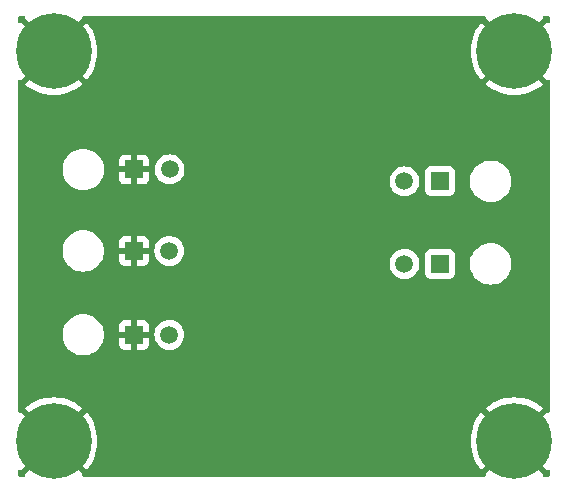
<source format=gbr>
%TF.GenerationSoftware,KiCad,Pcbnew,7.0.1*%
%TF.CreationDate,2023-05-02T18:28:53-06:00*%
%TF.ProjectId,contactor_controller,636f6e74-6163-4746-9f72-5f636f6e7472,rev?*%
%TF.SameCoordinates,Original*%
%TF.FileFunction,Copper,L2,Bot*%
%TF.FilePolarity,Positive*%
%FSLAX46Y46*%
G04 Gerber Fmt 4.6, Leading zero omitted, Abs format (unit mm)*
G04 Created by KiCad (PCBNEW 7.0.1) date 2023-05-02 18:28:53*
%MOMM*%
%LPD*%
G01*
G04 APERTURE LIST*
%TA.AperFunction,ComponentPad*%
%ADD10R,1.520000X1.520000*%
%TD*%
%TA.AperFunction,ComponentPad*%
%ADD11C,1.520000*%
%TD*%
%TA.AperFunction,ComponentPad*%
%ADD12C,0.800000*%
%TD*%
%TA.AperFunction,ComponentPad*%
%ADD13C,6.400000*%
%TD*%
%TA.AperFunction,ViaPad*%
%ADD14C,0.800000*%
%TD*%
G04 APERTURE END LIST*
D10*
%TO.P,J3,1,Pin_1*%
%TO.N,Net-(D1-K)*%
X147400000Y-100500000D03*
D11*
%TO.P,J3,2,Pin_2*%
%TO.N,Net-(D1-A)*%
X144400000Y-100500000D03*
%TD*%
D10*
%TO.P,J4,1,Pin_1*%
%TO.N,Net-(D1-K)*%
X147400000Y-93500000D03*
D11*
%TO.P,J4,2,Pin_2*%
%TO.N,Net-(D2-A)*%
X144400000Y-93500000D03*
%TD*%
D10*
%TO.P,J6,1,Pin_1*%
%TO.N,GND*%
X121500000Y-99400000D03*
D11*
%TO.P,J6,2,Pin_2*%
%TO.N,Net-(D3-K)*%
X124500000Y-99400000D03*
%TD*%
D12*
%TO.P,H4,1,1*%
%TO.N,GND*%
X151300000Y-115500000D03*
X152002944Y-113802944D03*
X152002944Y-117197056D03*
X153700000Y-113100000D03*
D13*
X153700000Y-115500000D03*
D12*
X153700000Y-117900000D03*
X155397056Y-113802944D03*
X155397056Y-117197056D03*
X156100000Y-115500000D03*
%TD*%
%TO.P,H2,1,1*%
%TO.N,GND*%
X112300000Y-115500000D03*
X113002944Y-113802944D03*
X113002944Y-117197056D03*
X114700000Y-113100000D03*
D13*
X114700000Y-115500000D03*
D12*
X114700000Y-117900000D03*
X116397056Y-113802944D03*
X116397056Y-117197056D03*
X117100000Y-115500000D03*
%TD*%
%TO.P,H3,1,1*%
%TO.N,GND*%
X151300000Y-82500000D03*
X152002944Y-80802944D03*
X152002944Y-84197056D03*
X153700000Y-80100000D03*
D13*
X153700000Y-82500000D03*
D12*
X153700000Y-84900000D03*
X155397056Y-80802944D03*
X155397056Y-84197056D03*
X156100000Y-82500000D03*
%TD*%
D10*
%TO.P,J5,1,Pin_1*%
%TO.N,GND*%
X121500000Y-106500000D03*
D11*
%TO.P,J5,2,Pin_2*%
%TO.N,Net-(D4-K)*%
X124500000Y-106500000D03*
%TD*%
D10*
%TO.P,J1,1,Pin_1*%
%TO.N,GND*%
X121510000Y-92500000D03*
D11*
%TO.P,J1,2,Pin_2*%
%TO.N,Net-(D1-K)*%
X124510000Y-92500000D03*
%TD*%
D12*
%TO.P,H1,1,1*%
%TO.N,GND*%
X112300000Y-82500000D03*
X113002944Y-80802944D03*
X113002944Y-84197056D03*
X114700000Y-80100000D03*
D13*
X114700000Y-82500000D03*
D12*
X114700000Y-84900000D03*
X116397056Y-80802944D03*
X116397056Y-84197056D03*
X117100000Y-82500000D03*
%TD*%
D14*
%TO.N,GND*%
X139800000Y-97300000D03*
X139700000Y-104300000D03*
X136000000Y-103500000D03*
X133800000Y-111600000D03*
X132400000Y-96400000D03*
X131300000Y-114000000D03*
%TD*%
%TA.AperFunction,Conductor*%
%TO.N,GND*%
G36*
X112233761Y-79514718D02*
G01*
X112278447Y-79555380D01*
X112298615Y-79612331D01*
X112289476Y-79672053D01*
X112264985Y-79704670D01*
X112264648Y-79711096D01*
X114700000Y-82146447D01*
X114700001Y-82146447D01*
X117135350Y-79711096D01*
X117135013Y-79704670D01*
X117110523Y-79672053D01*
X117101384Y-79612331D01*
X117121552Y-79555380D01*
X117166238Y-79514718D01*
X117224834Y-79500000D01*
X151175165Y-79500000D01*
X151233761Y-79514718D01*
X151278447Y-79555380D01*
X151298615Y-79612331D01*
X151289476Y-79672053D01*
X151264985Y-79704670D01*
X151264648Y-79711096D01*
X153700000Y-82146447D01*
X153700001Y-82146447D01*
X156135350Y-79711096D01*
X156135013Y-79704670D01*
X156110523Y-79672053D01*
X156101384Y-79612331D01*
X156121552Y-79555380D01*
X156166238Y-79514718D01*
X156224834Y-79500000D01*
X156576000Y-79500000D01*
X156638000Y-79516613D01*
X156683387Y-79562000D01*
X156700000Y-79624000D01*
X156700000Y-79975166D01*
X156685282Y-80033762D01*
X156644620Y-80078448D01*
X156587669Y-80098616D01*
X156527948Y-80089477D01*
X156495329Y-80064985D01*
X156488903Y-80064648D01*
X154053553Y-82500000D01*
X156488903Y-84935350D01*
X156495327Y-84935013D01*
X156527948Y-84910521D01*
X156587669Y-84901382D01*
X156644621Y-84921550D01*
X156685282Y-84966236D01*
X156700000Y-85024832D01*
X156700000Y-112975166D01*
X156685282Y-113033762D01*
X156644620Y-113078448D01*
X156587669Y-113098616D01*
X156527948Y-113089477D01*
X156495329Y-113064985D01*
X156488903Y-113064648D01*
X154053553Y-115500000D01*
X156488903Y-117935350D01*
X156495327Y-117935013D01*
X156527948Y-117910521D01*
X156587669Y-117901382D01*
X156644621Y-117921550D01*
X156685282Y-117966236D01*
X156700000Y-118024832D01*
X156700000Y-118376000D01*
X156683387Y-118438000D01*
X156638000Y-118483387D01*
X156576000Y-118500000D01*
X156224832Y-118500000D01*
X156166236Y-118485282D01*
X156121550Y-118444621D01*
X156101382Y-118387669D01*
X156110521Y-118327948D01*
X156135013Y-118295327D01*
X156135350Y-118288903D01*
X153700000Y-115853553D01*
X151264648Y-118288903D01*
X151264985Y-118295329D01*
X151289477Y-118327948D01*
X151298616Y-118387669D01*
X151278448Y-118444620D01*
X151233762Y-118485282D01*
X151175166Y-118500000D01*
X117224832Y-118500000D01*
X117166236Y-118485282D01*
X117121550Y-118444621D01*
X117101382Y-118387669D01*
X117110521Y-118327948D01*
X117135013Y-118295327D01*
X117135350Y-118288903D01*
X114700000Y-115853553D01*
X112264648Y-118288903D01*
X112264985Y-118295329D01*
X112289477Y-118327948D01*
X112298616Y-118387669D01*
X112278448Y-118444620D01*
X112233762Y-118485282D01*
X112175166Y-118500000D01*
X111824000Y-118500000D01*
X111762000Y-118483387D01*
X111716613Y-118438000D01*
X111700000Y-118376000D01*
X111700000Y-118024834D01*
X111714718Y-117966238D01*
X111755380Y-117921552D01*
X111812331Y-117901384D01*
X111872053Y-117910523D01*
X111904670Y-117935013D01*
X111911096Y-117935350D01*
X114346447Y-115500001D01*
X114346447Y-115500000D01*
X115053553Y-115500000D01*
X117488902Y-117935349D01*
X117697473Y-117677786D01*
X117908690Y-117352543D01*
X118084757Y-117006990D01*
X118223739Y-116644931D01*
X118324114Y-116270325D01*
X118384780Y-115887288D01*
X118405077Y-115500000D01*
X118405077Y-115499999D01*
X149994922Y-115499999D01*
X150015219Y-115887288D01*
X150075885Y-116270325D01*
X150176260Y-116644931D01*
X150315242Y-117006990D01*
X150491309Y-117352543D01*
X150702530Y-117677792D01*
X150911095Y-117935350D01*
X150911096Y-117935350D01*
X153346447Y-115500001D01*
X153346447Y-115500000D01*
X150911096Y-113064648D01*
X150702526Y-113322214D01*
X150491309Y-113647456D01*
X150315242Y-113993009D01*
X150176260Y-114355068D01*
X150075885Y-114729674D01*
X150015219Y-115112711D01*
X149994922Y-115499999D01*
X118405077Y-115499999D01*
X118384780Y-115112711D01*
X118324114Y-114729674D01*
X118223739Y-114355068D01*
X118084757Y-113993009D01*
X117908690Y-113647456D01*
X117697469Y-113322207D01*
X117488904Y-113064649D01*
X117488903Y-113064648D01*
X115053553Y-115500000D01*
X114346447Y-115500000D01*
X111911096Y-113064648D01*
X111904670Y-113064985D01*
X111872053Y-113089476D01*
X111812331Y-113098615D01*
X111755380Y-113078447D01*
X111714718Y-113033761D01*
X111700000Y-112975165D01*
X111700000Y-112711096D01*
X112264648Y-112711096D01*
X114700000Y-115146447D01*
X114700001Y-115146447D01*
X117135350Y-112711096D01*
X151264648Y-112711096D01*
X153700000Y-115146447D01*
X153700001Y-115146447D01*
X156135350Y-112711096D01*
X156135350Y-112711095D01*
X155877792Y-112502530D01*
X155552543Y-112291309D01*
X155206990Y-112115242D01*
X154844931Y-111976260D01*
X154470325Y-111875885D01*
X154087288Y-111815219D01*
X153699999Y-111794922D01*
X153312711Y-111815219D01*
X152929674Y-111875885D01*
X152555068Y-111976260D01*
X152193009Y-112115242D01*
X151847456Y-112291309D01*
X151522214Y-112502526D01*
X151264648Y-112711096D01*
X117135350Y-112711096D01*
X117135350Y-112711095D01*
X116877792Y-112502530D01*
X116552543Y-112291309D01*
X116206990Y-112115242D01*
X115844931Y-111976260D01*
X115470325Y-111875885D01*
X115087288Y-111815219D01*
X114699999Y-111794922D01*
X114312711Y-111815219D01*
X113929674Y-111875885D01*
X113555068Y-111976260D01*
X113193009Y-112115242D01*
X112847456Y-112291309D01*
X112522214Y-112502526D01*
X112264648Y-112711096D01*
X111700000Y-112711096D01*
X111700000Y-106631182D01*
X115449500Y-106631182D01*
X115488604Y-106890615D01*
X115565937Y-107141323D01*
X115679772Y-107377704D01*
X115815766Y-107577170D01*
X115827571Y-107594485D01*
X115986079Y-107765315D01*
X116006019Y-107786805D01*
X116211143Y-107950386D01*
X116438357Y-108081568D01*
X116682584Y-108177420D01*
X116938370Y-108235802D01*
X116994408Y-108240001D01*
X117134501Y-108250500D01*
X117134506Y-108250500D01*
X117265494Y-108250500D01*
X117265499Y-108250500D01*
X117388078Y-108241313D01*
X117461630Y-108235802D01*
X117717416Y-108177420D01*
X117961643Y-108081568D01*
X118188857Y-107950386D01*
X118393981Y-107786805D01*
X118493273Y-107679792D01*
X118572428Y-107594485D01*
X118572429Y-107594482D01*
X118572433Y-107594479D01*
X118720228Y-107377704D01*
X118834063Y-107141323D01*
X118911396Y-106890615D01*
X118932591Y-106750000D01*
X120240000Y-106750000D01*
X120240000Y-107307824D01*
X120246402Y-107367375D01*
X120296647Y-107502089D01*
X120382811Y-107617188D01*
X120497910Y-107703352D01*
X120632624Y-107753597D01*
X120692176Y-107760000D01*
X121250000Y-107760000D01*
X121250000Y-106750000D01*
X121750000Y-106750000D01*
X121750000Y-107760000D01*
X122307824Y-107760000D01*
X122367375Y-107753597D01*
X122502089Y-107703352D01*
X122617188Y-107617188D01*
X122703352Y-107502089D01*
X122753597Y-107367375D01*
X122760000Y-107307824D01*
X122760000Y-106750000D01*
X121750000Y-106750000D01*
X121250000Y-106750000D01*
X120240000Y-106750000D01*
X118932591Y-106750000D01*
X118950500Y-106631182D01*
X118950500Y-106499999D01*
X123234684Y-106499999D01*
X123253907Y-106719717D01*
X123282450Y-106826241D01*
X123299699Y-106890615D01*
X123310994Y-106932766D01*
X123404204Y-107132657D01*
X123410272Y-107141323D01*
X123530712Y-107313329D01*
X123686671Y-107469288D01*
X123867342Y-107595795D01*
X124067237Y-107689007D01*
X124280280Y-107746092D01*
X124500000Y-107765315D01*
X124719720Y-107746092D01*
X124932763Y-107689007D01*
X125132658Y-107595795D01*
X125313329Y-107469288D01*
X125469288Y-107313329D01*
X125595795Y-107132658D01*
X125689007Y-106932763D01*
X125746092Y-106719720D01*
X125765315Y-106500000D01*
X125746092Y-106280280D01*
X125689007Y-106067237D01*
X125595795Y-105867343D01*
X125473143Y-105692176D01*
X125469288Y-105686670D01*
X125313329Y-105530712D01*
X125132657Y-105404204D01*
X124932766Y-105310994D01*
X124932763Y-105310993D01*
X124826241Y-105282450D01*
X124719717Y-105253907D01*
X124500000Y-105234684D01*
X124280282Y-105253907D01*
X124067235Y-105310993D01*
X123867341Y-105404205D01*
X123686669Y-105530712D01*
X123530712Y-105686669D01*
X123404205Y-105867341D01*
X123310993Y-106067235D01*
X123253907Y-106280282D01*
X123234684Y-106499999D01*
X118950500Y-106499999D01*
X118950500Y-106368818D01*
X118932591Y-106250000D01*
X120240000Y-106250000D01*
X121250000Y-106250000D01*
X121250000Y-105240000D01*
X121750000Y-105240000D01*
X121750000Y-106250000D01*
X122760000Y-106250000D01*
X122760000Y-105692176D01*
X122753597Y-105632624D01*
X122703352Y-105497910D01*
X122617188Y-105382811D01*
X122502089Y-105296647D01*
X122367375Y-105246402D01*
X122307824Y-105240000D01*
X121750000Y-105240000D01*
X121250000Y-105240000D01*
X120692176Y-105240000D01*
X120632624Y-105246402D01*
X120497910Y-105296647D01*
X120382811Y-105382811D01*
X120296647Y-105497910D01*
X120246402Y-105632624D01*
X120240000Y-105692176D01*
X120240000Y-106250000D01*
X118932591Y-106250000D01*
X118911396Y-106109385D01*
X118834063Y-105858677D01*
X118720228Y-105622296D01*
X118572433Y-105405521D01*
X118572432Y-105405520D01*
X118572428Y-105405514D01*
X118393984Y-105213198D01*
X118393983Y-105213197D01*
X118393981Y-105213195D01*
X118188857Y-105049614D01*
X118188856Y-105049613D01*
X117961641Y-104918431D01*
X117717418Y-104822580D01*
X117461627Y-104764197D01*
X117265499Y-104749500D01*
X117265494Y-104749500D01*
X117134506Y-104749500D01*
X117134501Y-104749500D01*
X116938372Y-104764197D01*
X116682581Y-104822580D01*
X116438358Y-104918431D01*
X116211143Y-105049613D01*
X116006015Y-105213198D01*
X115827571Y-105405514D01*
X115764577Y-105497910D01*
X115679772Y-105622296D01*
X115565937Y-105858677D01*
X115488604Y-106109385D01*
X115449500Y-106368818D01*
X115449500Y-106631182D01*
X111700000Y-106631182D01*
X111700000Y-99531182D01*
X115449500Y-99531182D01*
X115488604Y-99790615D01*
X115565937Y-100041323D01*
X115679772Y-100277704D01*
X115815766Y-100477170D01*
X115827571Y-100494485D01*
X115986079Y-100665315D01*
X116006019Y-100686805D01*
X116211143Y-100850386D01*
X116438357Y-100981568D01*
X116682584Y-101077420D01*
X116938370Y-101135802D01*
X116994408Y-101140001D01*
X117134501Y-101150500D01*
X117134506Y-101150500D01*
X117265494Y-101150500D01*
X117265499Y-101150500D01*
X117388079Y-101141313D01*
X117461630Y-101135802D01*
X117717416Y-101077420D01*
X117961643Y-100981568D01*
X118188857Y-100850386D01*
X118393981Y-100686805D01*
X118493273Y-100579792D01*
X118572428Y-100494485D01*
X118572429Y-100494482D01*
X118572433Y-100494479D01*
X118720228Y-100277704D01*
X118834063Y-100041323D01*
X118911396Y-99790615D01*
X118932591Y-99650000D01*
X120240000Y-99650000D01*
X120240000Y-100207824D01*
X120246402Y-100267375D01*
X120296647Y-100402089D01*
X120382811Y-100517188D01*
X120497910Y-100603352D01*
X120632624Y-100653597D01*
X120692176Y-100660000D01*
X121250000Y-100660000D01*
X121250000Y-99650000D01*
X121750000Y-99650000D01*
X121750000Y-100660000D01*
X122307824Y-100660000D01*
X122367375Y-100653597D01*
X122502089Y-100603352D01*
X122617188Y-100517188D01*
X122703352Y-100402089D01*
X122753597Y-100267375D01*
X122760000Y-100207824D01*
X122760000Y-99650000D01*
X121750000Y-99650000D01*
X121250000Y-99650000D01*
X120240000Y-99650000D01*
X118932591Y-99650000D01*
X118950500Y-99531182D01*
X118950500Y-99399999D01*
X123234684Y-99399999D01*
X123253907Y-99619717D01*
X123273309Y-99692127D01*
X123299699Y-99790615D01*
X123310994Y-99832766D01*
X123404204Y-100032657D01*
X123410272Y-100041323D01*
X123530712Y-100213329D01*
X123686671Y-100369288D01*
X123867342Y-100495795D01*
X124067237Y-100589007D01*
X124280280Y-100646092D01*
X124500000Y-100665315D01*
X124719720Y-100646092D01*
X124932763Y-100589007D01*
X125123640Y-100500000D01*
X143134684Y-100500000D01*
X143153907Y-100719717D01*
X143153908Y-100719720D01*
X143199699Y-100890615D01*
X143210994Y-100932766D01*
X143304204Y-101132657D01*
X143310272Y-101141323D01*
X143430712Y-101313329D01*
X143586671Y-101469288D01*
X143767342Y-101595795D01*
X143967237Y-101689007D01*
X144180280Y-101746092D01*
X144400000Y-101765315D01*
X144619720Y-101746092D01*
X144832763Y-101689007D01*
X145032658Y-101595795D01*
X145213329Y-101469288D01*
X145369288Y-101313329D01*
X145373111Y-101307869D01*
X146139500Y-101307869D01*
X146145909Y-101367483D01*
X146196204Y-101502331D01*
X146282454Y-101617546D01*
X146397669Y-101703796D01*
X146532517Y-101754091D01*
X146592127Y-101760500D01*
X148207872Y-101760499D01*
X148267483Y-101754091D01*
X148402331Y-101703796D01*
X148517546Y-101617546D01*
X148603796Y-101502331D01*
X148654091Y-101367483D01*
X148660500Y-101307873D01*
X148660500Y-100631182D01*
X149949500Y-100631182D01*
X149988604Y-100890615D01*
X150065937Y-101141323D01*
X150179772Y-101377704D01*
X150315766Y-101577170D01*
X150327571Y-101594485D01*
X150486079Y-101765315D01*
X150506019Y-101786805D01*
X150711143Y-101950386D01*
X150938357Y-102081568D01*
X151182584Y-102177420D01*
X151438370Y-102235802D01*
X151494408Y-102240001D01*
X151634501Y-102250500D01*
X151634506Y-102250500D01*
X151765494Y-102250500D01*
X151765499Y-102250500D01*
X151888078Y-102241313D01*
X151961630Y-102235802D01*
X152217416Y-102177420D01*
X152461643Y-102081568D01*
X152688857Y-101950386D01*
X152893981Y-101786805D01*
X153071212Y-101595795D01*
X153072428Y-101594485D01*
X153072429Y-101594482D01*
X153072433Y-101594479D01*
X153220228Y-101377704D01*
X153334063Y-101141323D01*
X153411396Y-100890615D01*
X153450500Y-100631182D01*
X153450500Y-100368818D01*
X153411396Y-100109385D01*
X153334063Y-99858677D01*
X153220228Y-99622296D01*
X153072433Y-99405521D01*
X153072432Y-99405520D01*
X153072428Y-99405514D01*
X152893984Y-99213198D01*
X152893983Y-99213197D01*
X152893981Y-99213195D01*
X152688857Y-99049614D01*
X152688856Y-99049613D01*
X152461641Y-98918431D01*
X152217418Y-98822580D01*
X151961627Y-98764197D01*
X151765499Y-98749500D01*
X151765494Y-98749500D01*
X151634506Y-98749500D01*
X151634501Y-98749500D01*
X151438372Y-98764197D01*
X151182581Y-98822580D01*
X150938358Y-98918431D01*
X150711143Y-99049613D01*
X150506015Y-99213198D01*
X150327571Y-99405514D01*
X150227070Y-99552922D01*
X150179772Y-99622296D01*
X150065937Y-99858677D01*
X149988604Y-100109385D01*
X149949500Y-100368818D01*
X149949500Y-100631182D01*
X148660500Y-100631182D01*
X148660499Y-99692128D01*
X148654091Y-99632517D01*
X148603796Y-99497669D01*
X148517546Y-99382454D01*
X148402331Y-99296204D01*
X148267483Y-99245909D01*
X148207873Y-99239500D01*
X148207869Y-99239500D01*
X146592130Y-99239500D01*
X146532515Y-99245909D01*
X146397669Y-99296204D01*
X146282454Y-99382454D01*
X146196204Y-99497668D01*
X146145909Y-99632516D01*
X146139500Y-99692130D01*
X146139500Y-101307869D01*
X145373111Y-101307869D01*
X145495795Y-101132658D01*
X145589007Y-100932763D01*
X145646092Y-100719720D01*
X145665315Y-100500000D01*
X145646092Y-100280280D01*
X145589007Y-100067237D01*
X145495795Y-99867343D01*
X145489727Y-99858677D01*
X145369288Y-99686670D01*
X145213329Y-99530712D01*
X145032657Y-99404204D01*
X144832766Y-99310994D01*
X144832763Y-99310993D01*
X144675365Y-99268818D01*
X144619717Y-99253907D01*
X144400000Y-99234684D01*
X144180282Y-99253907D01*
X143967235Y-99310993D01*
X143767341Y-99404205D01*
X143586669Y-99530712D01*
X143430712Y-99686669D01*
X143304205Y-99867341D01*
X143210993Y-100067235D01*
X143153907Y-100280282D01*
X143134684Y-100500000D01*
X125123640Y-100500000D01*
X125132658Y-100495795D01*
X125313329Y-100369288D01*
X125469288Y-100213329D01*
X125595795Y-100032658D01*
X125689007Y-99832763D01*
X125746092Y-99619720D01*
X125765315Y-99400000D01*
X125746092Y-99180280D01*
X125689007Y-98967237D01*
X125595795Y-98767343D01*
X125593593Y-98764198D01*
X125469288Y-98586670D01*
X125313329Y-98430712D01*
X125132657Y-98304204D01*
X124932766Y-98210994D01*
X124932763Y-98210993D01*
X124826241Y-98182450D01*
X124719717Y-98153907D01*
X124500000Y-98134684D01*
X124280282Y-98153907D01*
X124067235Y-98210993D01*
X123867341Y-98304205D01*
X123686669Y-98430712D01*
X123530712Y-98586669D01*
X123404205Y-98767341D01*
X123310993Y-98967235D01*
X123253907Y-99180282D01*
X123234684Y-99399999D01*
X118950500Y-99399999D01*
X118950500Y-99268818D01*
X118932591Y-99150000D01*
X120240000Y-99150000D01*
X121250000Y-99150000D01*
X121250000Y-98140000D01*
X121750000Y-98140000D01*
X121750000Y-99150000D01*
X122760000Y-99150000D01*
X122760000Y-98592176D01*
X122753597Y-98532624D01*
X122703352Y-98397910D01*
X122617188Y-98282811D01*
X122502089Y-98196647D01*
X122367375Y-98146402D01*
X122307824Y-98140000D01*
X121750000Y-98140000D01*
X121250000Y-98140000D01*
X120692176Y-98140000D01*
X120632624Y-98146402D01*
X120497910Y-98196647D01*
X120382811Y-98282811D01*
X120296647Y-98397910D01*
X120246402Y-98532624D01*
X120240000Y-98592176D01*
X120240000Y-99150000D01*
X118932591Y-99150000D01*
X118911396Y-99009385D01*
X118834063Y-98758677D01*
X118720228Y-98522296D01*
X118572433Y-98305521D01*
X118572432Y-98305520D01*
X118572428Y-98305514D01*
X118393984Y-98113198D01*
X118393983Y-98113197D01*
X118393981Y-98113195D01*
X118188857Y-97949614D01*
X118188856Y-97949613D01*
X117961641Y-97818431D01*
X117717418Y-97722580D01*
X117461627Y-97664197D01*
X117265499Y-97649500D01*
X117265494Y-97649500D01*
X117134506Y-97649500D01*
X117134501Y-97649500D01*
X116938372Y-97664197D01*
X116682581Y-97722580D01*
X116438358Y-97818431D01*
X116211143Y-97949613D01*
X116006015Y-98113198D01*
X115827571Y-98305514D01*
X115764577Y-98397910D01*
X115679772Y-98522296D01*
X115565937Y-98758677D01*
X115488604Y-99009385D01*
X115449500Y-99268818D01*
X115449500Y-99531182D01*
X111700000Y-99531182D01*
X111700000Y-92631182D01*
X115459500Y-92631182D01*
X115498604Y-92890615D01*
X115575937Y-93141323D01*
X115689772Y-93377704D01*
X115825766Y-93577170D01*
X115837571Y-93594485D01*
X115996079Y-93765315D01*
X116016019Y-93786805D01*
X116221143Y-93950386D01*
X116448357Y-94081568D01*
X116692584Y-94177420D01*
X116948370Y-94235802D01*
X117004408Y-94240001D01*
X117144501Y-94250500D01*
X117144506Y-94250500D01*
X117275494Y-94250500D01*
X117275499Y-94250500D01*
X117398079Y-94241313D01*
X117471630Y-94235802D01*
X117727416Y-94177420D01*
X117971643Y-94081568D01*
X118198857Y-93950386D01*
X118403981Y-93786805D01*
X118548378Y-93631182D01*
X118582428Y-93594485D01*
X118582429Y-93594482D01*
X118582433Y-93594479D01*
X118730228Y-93377704D01*
X118844063Y-93141323D01*
X118921396Y-92890615D01*
X118942591Y-92750000D01*
X120250000Y-92750000D01*
X120250000Y-93307824D01*
X120256402Y-93367375D01*
X120306647Y-93502089D01*
X120392811Y-93617188D01*
X120507910Y-93703352D01*
X120642624Y-93753597D01*
X120702176Y-93760000D01*
X121260000Y-93760000D01*
X121260000Y-92750000D01*
X121760000Y-92750000D01*
X121760000Y-93760000D01*
X122317824Y-93760000D01*
X122377375Y-93753597D01*
X122512089Y-93703352D01*
X122627188Y-93617188D01*
X122713352Y-93502089D01*
X122763597Y-93367375D01*
X122770000Y-93307824D01*
X122770000Y-92750000D01*
X121760000Y-92750000D01*
X121260000Y-92750000D01*
X120250000Y-92750000D01*
X118942591Y-92750000D01*
X118960500Y-92631182D01*
X118960500Y-92499999D01*
X123244684Y-92499999D01*
X123263907Y-92719717D01*
X123292450Y-92826241D01*
X123309699Y-92890615D01*
X123320994Y-92932766D01*
X123414204Y-93132657D01*
X123420272Y-93141323D01*
X123540712Y-93313329D01*
X123696671Y-93469288D01*
X123877342Y-93595795D01*
X124077237Y-93689007D01*
X124290280Y-93746092D01*
X124510000Y-93765315D01*
X124729720Y-93746092D01*
X124942763Y-93689007D01*
X125142658Y-93595795D01*
X125279468Y-93500000D01*
X143134684Y-93500000D01*
X143153907Y-93719717D01*
X143153908Y-93719720D01*
X143199699Y-93890615D01*
X143210994Y-93932766D01*
X143304204Y-94132657D01*
X143376427Y-94235802D01*
X143430712Y-94313329D01*
X143586671Y-94469288D01*
X143767342Y-94595795D01*
X143967237Y-94689007D01*
X144180280Y-94746092D01*
X144400000Y-94765315D01*
X144619720Y-94746092D01*
X144832763Y-94689007D01*
X145032658Y-94595795D01*
X145213329Y-94469288D01*
X145369288Y-94313329D01*
X145373111Y-94307869D01*
X146139500Y-94307869D01*
X146145909Y-94367483D01*
X146196204Y-94502331D01*
X146282454Y-94617546D01*
X146397669Y-94703796D01*
X146532517Y-94754091D01*
X146592127Y-94760500D01*
X148207872Y-94760499D01*
X148267483Y-94754091D01*
X148402331Y-94703796D01*
X148517546Y-94617546D01*
X148603796Y-94502331D01*
X148654091Y-94367483D01*
X148660500Y-94307873D01*
X148660500Y-93631182D01*
X149949500Y-93631182D01*
X149988604Y-93890615D01*
X150065937Y-94141323D01*
X150179772Y-94377704D01*
X150315766Y-94577170D01*
X150327571Y-94594485D01*
X150486079Y-94765315D01*
X150506019Y-94786805D01*
X150711143Y-94950386D01*
X150938357Y-95081568D01*
X151182584Y-95177420D01*
X151438370Y-95235802D01*
X151494408Y-95240001D01*
X151634501Y-95250500D01*
X151634506Y-95250500D01*
X151765494Y-95250500D01*
X151765499Y-95250500D01*
X151888079Y-95241313D01*
X151961630Y-95235802D01*
X152217416Y-95177420D01*
X152461643Y-95081568D01*
X152688857Y-94950386D01*
X152893981Y-94786805D01*
X153071212Y-94595795D01*
X153072428Y-94594485D01*
X153072429Y-94594482D01*
X153072433Y-94594479D01*
X153220228Y-94377704D01*
X153334063Y-94141323D01*
X153411396Y-93890615D01*
X153450500Y-93631182D01*
X153450500Y-93368818D01*
X153411396Y-93109385D01*
X153334063Y-92858677D01*
X153220228Y-92622296D01*
X153072433Y-92405521D01*
X153072432Y-92405520D01*
X153072428Y-92405514D01*
X152893984Y-92213198D01*
X152893983Y-92213197D01*
X152893981Y-92213195D01*
X152688857Y-92049614D01*
X152688856Y-92049613D01*
X152461641Y-91918431D01*
X152217418Y-91822580D01*
X151961627Y-91764197D01*
X151765499Y-91749500D01*
X151765494Y-91749500D01*
X151634506Y-91749500D01*
X151634501Y-91749500D01*
X151438372Y-91764197D01*
X151182581Y-91822580D01*
X150938358Y-91918431D01*
X150711143Y-92049613D01*
X150506015Y-92213198D01*
X150327571Y-92405514D01*
X150264742Y-92497668D01*
X150179772Y-92622296D01*
X150065937Y-92858677D01*
X149988604Y-93109385D01*
X149949500Y-93368818D01*
X149949500Y-93631182D01*
X148660500Y-93631182D01*
X148660499Y-92692128D01*
X148654091Y-92632517D01*
X148603796Y-92497669D01*
X148517546Y-92382454D01*
X148402331Y-92296204D01*
X148267483Y-92245909D01*
X148207873Y-92239500D01*
X148207869Y-92239500D01*
X146592130Y-92239500D01*
X146532515Y-92245909D01*
X146397669Y-92296204D01*
X146282454Y-92382454D01*
X146196204Y-92497668D01*
X146145909Y-92632516D01*
X146139500Y-92692130D01*
X146139500Y-94307869D01*
X145373111Y-94307869D01*
X145495795Y-94132658D01*
X145589007Y-93932763D01*
X145646092Y-93719720D01*
X145665315Y-93500000D01*
X145646092Y-93280280D01*
X145589007Y-93067237D01*
X145495795Y-92867343D01*
X145489727Y-92858677D01*
X145369288Y-92686670D01*
X145213329Y-92530712D01*
X145032657Y-92404204D01*
X144832766Y-92310994D01*
X144832763Y-92310993D01*
X144718141Y-92280280D01*
X144619717Y-92253907D01*
X144400000Y-92234684D01*
X144180282Y-92253907D01*
X143967235Y-92310993D01*
X143767341Y-92404205D01*
X143586669Y-92530712D01*
X143430712Y-92686669D01*
X143304205Y-92867341D01*
X143210993Y-93067235D01*
X143153907Y-93280282D01*
X143134684Y-93500000D01*
X125279468Y-93500000D01*
X125323329Y-93469288D01*
X125479288Y-93313329D01*
X125605795Y-93132658D01*
X125699007Y-92932763D01*
X125756092Y-92719720D01*
X125775315Y-92500000D01*
X125756092Y-92280280D01*
X125699007Y-92067237D01*
X125605795Y-91867343D01*
X125533572Y-91764197D01*
X125479288Y-91686670D01*
X125323329Y-91530712D01*
X125142657Y-91404204D01*
X124942766Y-91310994D01*
X124942763Y-91310993D01*
X124836241Y-91282450D01*
X124729717Y-91253907D01*
X124509999Y-91234684D01*
X124290282Y-91253907D01*
X124077235Y-91310993D01*
X123877341Y-91404205D01*
X123696669Y-91530712D01*
X123540712Y-91686669D01*
X123414205Y-91867341D01*
X123320993Y-92067235D01*
X123263907Y-92280282D01*
X123244684Y-92499999D01*
X118960500Y-92499999D01*
X118960500Y-92368818D01*
X118942591Y-92250000D01*
X120250000Y-92250000D01*
X121260000Y-92250000D01*
X121260000Y-91240000D01*
X121760000Y-91240000D01*
X121760000Y-92250000D01*
X122770000Y-92250000D01*
X122770000Y-91692176D01*
X122763597Y-91632624D01*
X122713352Y-91497910D01*
X122627188Y-91382811D01*
X122512089Y-91296647D01*
X122377375Y-91246402D01*
X122317824Y-91240000D01*
X121760000Y-91240000D01*
X121260000Y-91240000D01*
X120702176Y-91240000D01*
X120642624Y-91246402D01*
X120507910Y-91296647D01*
X120392811Y-91382811D01*
X120306647Y-91497910D01*
X120256402Y-91632624D01*
X120250000Y-91692176D01*
X120250000Y-92250000D01*
X118942591Y-92250000D01*
X118921396Y-92109385D01*
X118844063Y-91858677D01*
X118730228Y-91622296D01*
X118582433Y-91405521D01*
X118582432Y-91405520D01*
X118582428Y-91405514D01*
X118403984Y-91213198D01*
X118403983Y-91213197D01*
X118403981Y-91213195D01*
X118198857Y-91049614D01*
X118198856Y-91049613D01*
X117971641Y-90918431D01*
X117727418Y-90822580D01*
X117471627Y-90764197D01*
X117275499Y-90749500D01*
X117275494Y-90749500D01*
X117144506Y-90749500D01*
X117144501Y-90749500D01*
X116948372Y-90764197D01*
X116692581Y-90822580D01*
X116448358Y-90918431D01*
X116221143Y-91049613D01*
X116016015Y-91213198D01*
X115837571Y-91405514D01*
X115774577Y-91497910D01*
X115689772Y-91622296D01*
X115575937Y-91858677D01*
X115498604Y-92109385D01*
X115459500Y-92368818D01*
X115459500Y-92631182D01*
X111700000Y-92631182D01*
X111700000Y-85288903D01*
X112264648Y-85288903D01*
X112264649Y-85288904D01*
X112522207Y-85497469D01*
X112847456Y-85708690D01*
X113193009Y-85884757D01*
X113555068Y-86023739D01*
X113929674Y-86124114D01*
X114312711Y-86184780D01*
X114700000Y-86205077D01*
X115087288Y-86184780D01*
X115470325Y-86124114D01*
X115844931Y-86023739D01*
X116206990Y-85884757D01*
X116552543Y-85708690D01*
X116877786Y-85497473D01*
X117135348Y-85288903D01*
X151264648Y-85288903D01*
X151264649Y-85288904D01*
X151522207Y-85497469D01*
X151847456Y-85708690D01*
X152193009Y-85884757D01*
X152555068Y-86023739D01*
X152929674Y-86124114D01*
X153312711Y-86184780D01*
X153700000Y-86205077D01*
X154087288Y-86184780D01*
X154470325Y-86124114D01*
X154844931Y-86023739D01*
X155206990Y-85884757D01*
X155552543Y-85708690D01*
X155877786Y-85497473D01*
X156135349Y-85288902D01*
X153700000Y-82853553D01*
X151264648Y-85288903D01*
X117135348Y-85288903D01*
X117135349Y-85288902D01*
X114700000Y-82853553D01*
X112264648Y-85288903D01*
X111700000Y-85288903D01*
X111700000Y-85024834D01*
X111714718Y-84966238D01*
X111755380Y-84921552D01*
X111812331Y-84901384D01*
X111872053Y-84910523D01*
X111904670Y-84935013D01*
X111911096Y-84935350D01*
X114346447Y-82500001D01*
X114346447Y-82500000D01*
X115053553Y-82500000D01*
X117488902Y-84935349D01*
X117697473Y-84677786D01*
X117908690Y-84352543D01*
X118084757Y-84006990D01*
X118223739Y-83644931D01*
X118324114Y-83270325D01*
X118384780Y-82887288D01*
X118405077Y-82499999D01*
X149994922Y-82499999D01*
X150015219Y-82887288D01*
X150075885Y-83270325D01*
X150176260Y-83644931D01*
X150315242Y-84006990D01*
X150491309Y-84352543D01*
X150702530Y-84677792D01*
X150911095Y-84935350D01*
X150911096Y-84935350D01*
X153346447Y-82500001D01*
X153346447Y-82500000D01*
X150911096Y-80064648D01*
X150702526Y-80322214D01*
X150491309Y-80647456D01*
X150315242Y-80993009D01*
X150176260Y-81355068D01*
X150075885Y-81729674D01*
X150015219Y-82112711D01*
X149994922Y-82499999D01*
X118405077Y-82499999D01*
X118384780Y-82112711D01*
X118324114Y-81729674D01*
X118223739Y-81355068D01*
X118084757Y-80993009D01*
X117908690Y-80647456D01*
X117697469Y-80322207D01*
X117488904Y-80064649D01*
X117488903Y-80064648D01*
X115053553Y-82500000D01*
X114346447Y-82500000D01*
X111911096Y-80064648D01*
X111904670Y-80064985D01*
X111872053Y-80089476D01*
X111812331Y-80098615D01*
X111755380Y-80078447D01*
X111714718Y-80033761D01*
X111700000Y-79975165D01*
X111700000Y-79624000D01*
X111716613Y-79562000D01*
X111762000Y-79516613D01*
X111824000Y-79500000D01*
X112175165Y-79500000D01*
X112233761Y-79514718D01*
G37*
%TD.AperFunction*%
%TD*%
M02*

</source>
